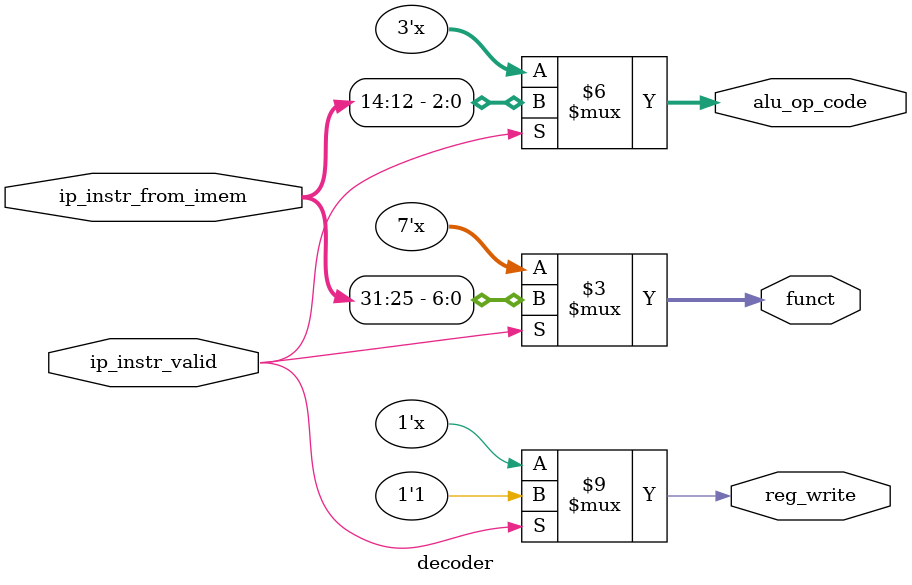
<source format=v>

module decoder(

input wire [31:0] ip_instr_from_imem,
input wire ip_instr_valid,
output reg reg_write,
output reg [2:0] alu_op_code,
output reg [6:0] funct
);

always @(*) begin:decoder_block

	if (ip_instr_valid) begin
		//Since initially it is all reg_write instruction, I have set it to 1
		reg_write=1'b1; 
		//Opcode
		alu_op_code=ip_instr_from_imem[14:12];
		//Functionality
		funct=ip_instr_from_imem[31:25];
	end
end
endmodule	

</source>
